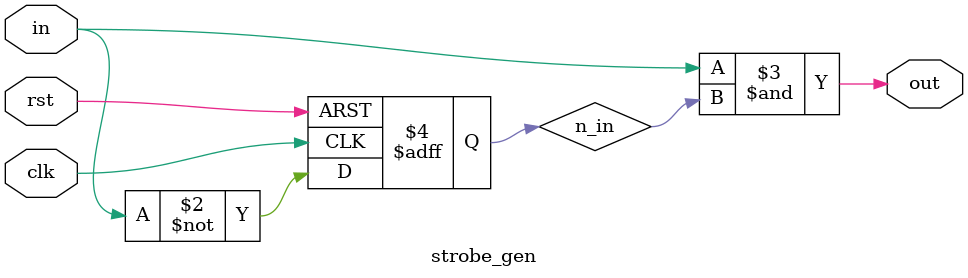
<source format=sv>
`timescale 1ns / 1ps

module strobe_gen
(
    input   clk,
    input   rst,
    input   in,
    output  out
);

    reg n_in;

    always @(posedge clk or posedge rst)
        if (rst)
            n_in <= 1'B0;
        else
            n_in <= ~in;

    assign out = in & n_in;

endmodule

</source>
